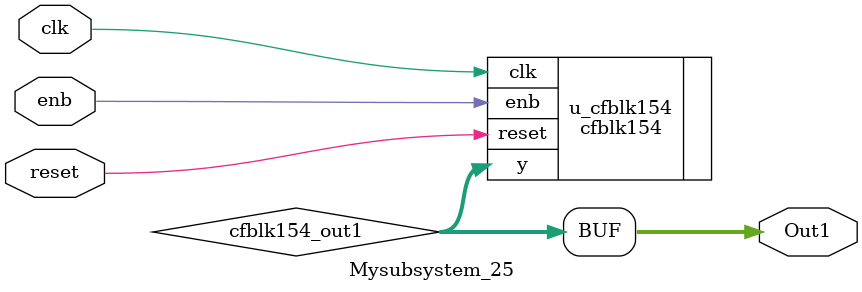
<source format=v>



`timescale 1 ns / 1 ns

module Mysubsystem_25
          (clk,
           reset,
           enb,
           Out1);


  input   clk;
  input   reset;
  input   enb;
  output  [15:0] Out1;  // uint16


  wire [15:0] cfblk154_out1;  // uint16


  cfblk154 u_cfblk154 (.clk(clk),
                       .reset(reset),
                       .enb(enb),
                       .y(cfblk154_out1)  // uint16
                       );

  assign Out1 = cfblk154_out1;

endmodule  // Mysubsystem_25


</source>
